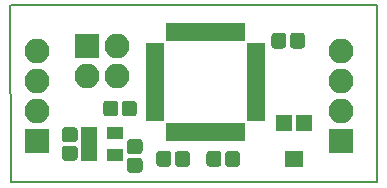
<source format=gts>
G04 #@! TF.GenerationSoftware,KiCad,Pcbnew,(5.0.0-dirty)*
G04 #@! TF.CreationDate,2020-07-10T19:56:49+09:00*
G04 #@! TF.ProjectId,fake-fan-mk2,66616B652D66616E2D6D6B322E6B6963,rev?*
G04 #@! TF.SameCoordinates,Original*
G04 #@! TF.FileFunction,Soldermask,Top*
G04 #@! TF.FilePolarity,Negative*
%FSLAX46Y46*%
G04 Gerber Fmt 4.6, Leading zero omitted, Abs format (unit mm)*
G04 Created by KiCad (PCBNEW (5.0.0-dirty)) date 07/10/20 19:56:49*
%MOMM*%
%LPD*%
G01*
G04 APERTURE LIST*
%ADD10C,0.200000*%
%ADD11C,0.100000*%
%ADD12C,1.275000*%
%ADD13R,1.400000X1.400000*%
%ADD14R,1.500000X1.400000*%
%ADD15R,1.000000X1.600000*%
%ADD16R,1.600000X1.000000*%
%ADD17O,2.100000X2.100000*%
%ADD18R,2.100000X2.100000*%
%ADD19R,1.460000X1.050000*%
G04 APERTURE END LIST*
D10*
X14500000Y-29500000D02*
X14478000Y-14500000D01*
X45500000Y-29500000D02*
X14500000Y-29500000D01*
X45500000Y-14500000D02*
X45500000Y-29500000D01*
X14500000Y-14500000D02*
X45500000Y-14500000D01*
D11*
G04 #@! TO.C,C3*
G36*
X25387493Y-25826535D02*
X25418435Y-25831125D01*
X25448778Y-25838725D01*
X25478230Y-25849263D01*
X25506508Y-25862638D01*
X25533338Y-25878719D01*
X25558463Y-25897353D01*
X25581640Y-25918360D01*
X25602647Y-25941537D01*
X25621281Y-25966662D01*
X25637362Y-25993492D01*
X25650737Y-26021770D01*
X25661275Y-26051222D01*
X25668875Y-26081565D01*
X25673465Y-26112507D01*
X25675000Y-26143750D01*
X25675000Y-26781250D01*
X25673465Y-26812493D01*
X25668875Y-26843435D01*
X25661275Y-26873778D01*
X25650737Y-26903230D01*
X25637362Y-26931508D01*
X25621281Y-26958338D01*
X25602647Y-26983463D01*
X25581640Y-27006640D01*
X25558463Y-27027647D01*
X25533338Y-27046281D01*
X25506508Y-27062362D01*
X25478230Y-27075737D01*
X25448778Y-27086275D01*
X25418435Y-27093875D01*
X25387493Y-27098465D01*
X25356250Y-27100000D01*
X24643750Y-27100000D01*
X24612507Y-27098465D01*
X24581565Y-27093875D01*
X24551222Y-27086275D01*
X24521770Y-27075737D01*
X24493492Y-27062362D01*
X24466662Y-27046281D01*
X24441537Y-27027647D01*
X24418360Y-27006640D01*
X24397353Y-26983463D01*
X24378719Y-26958338D01*
X24362638Y-26931508D01*
X24349263Y-26903230D01*
X24338725Y-26873778D01*
X24331125Y-26843435D01*
X24326535Y-26812493D01*
X24325000Y-26781250D01*
X24325000Y-26143750D01*
X24326535Y-26112507D01*
X24331125Y-26081565D01*
X24338725Y-26051222D01*
X24349263Y-26021770D01*
X24362638Y-25993492D01*
X24378719Y-25966662D01*
X24397353Y-25941537D01*
X24418360Y-25918360D01*
X24441537Y-25897353D01*
X24466662Y-25878719D01*
X24493492Y-25862638D01*
X24521770Y-25849263D01*
X24551222Y-25838725D01*
X24581565Y-25831125D01*
X24612507Y-25826535D01*
X24643750Y-25825000D01*
X25356250Y-25825000D01*
X25387493Y-25826535D01*
X25387493Y-25826535D01*
G37*
D12*
X25000000Y-26462500D03*
D11*
G36*
X25387493Y-27401535D02*
X25418435Y-27406125D01*
X25448778Y-27413725D01*
X25478230Y-27424263D01*
X25506508Y-27437638D01*
X25533338Y-27453719D01*
X25558463Y-27472353D01*
X25581640Y-27493360D01*
X25602647Y-27516537D01*
X25621281Y-27541662D01*
X25637362Y-27568492D01*
X25650737Y-27596770D01*
X25661275Y-27626222D01*
X25668875Y-27656565D01*
X25673465Y-27687507D01*
X25675000Y-27718750D01*
X25675000Y-28356250D01*
X25673465Y-28387493D01*
X25668875Y-28418435D01*
X25661275Y-28448778D01*
X25650737Y-28478230D01*
X25637362Y-28506508D01*
X25621281Y-28533338D01*
X25602647Y-28558463D01*
X25581640Y-28581640D01*
X25558463Y-28602647D01*
X25533338Y-28621281D01*
X25506508Y-28637362D01*
X25478230Y-28650737D01*
X25448778Y-28661275D01*
X25418435Y-28668875D01*
X25387493Y-28673465D01*
X25356250Y-28675000D01*
X24643750Y-28675000D01*
X24612507Y-28673465D01*
X24581565Y-28668875D01*
X24551222Y-28661275D01*
X24521770Y-28650737D01*
X24493492Y-28637362D01*
X24466662Y-28621281D01*
X24441537Y-28602647D01*
X24418360Y-28581640D01*
X24397353Y-28558463D01*
X24378719Y-28533338D01*
X24362638Y-28506508D01*
X24349263Y-28478230D01*
X24338725Y-28448778D01*
X24331125Y-28418435D01*
X24326535Y-28387493D01*
X24325000Y-28356250D01*
X24325000Y-27718750D01*
X24326535Y-27687507D01*
X24331125Y-27656565D01*
X24338725Y-27626222D01*
X24349263Y-27596770D01*
X24362638Y-27568492D01*
X24378719Y-27541662D01*
X24397353Y-27516537D01*
X24418360Y-27493360D01*
X24441537Y-27472353D01*
X24466662Y-27453719D01*
X24493492Y-27437638D01*
X24521770Y-27424263D01*
X24551222Y-27413725D01*
X24581565Y-27406125D01*
X24612507Y-27401535D01*
X24643750Y-27400000D01*
X25356250Y-27400000D01*
X25387493Y-27401535D01*
X25387493Y-27401535D01*
G37*
D12*
X25000000Y-28037500D03*
G04 #@! TD*
D11*
G04 #@! TO.C,C1*
G36*
X29387493Y-26826535D02*
X29418435Y-26831125D01*
X29448778Y-26838725D01*
X29478230Y-26849263D01*
X29506508Y-26862638D01*
X29533338Y-26878719D01*
X29558463Y-26897353D01*
X29581640Y-26918360D01*
X29602647Y-26941537D01*
X29621281Y-26966662D01*
X29637362Y-26993492D01*
X29650737Y-27021770D01*
X29661275Y-27051222D01*
X29668875Y-27081565D01*
X29673465Y-27112507D01*
X29675000Y-27143750D01*
X29675000Y-27856250D01*
X29673465Y-27887493D01*
X29668875Y-27918435D01*
X29661275Y-27948778D01*
X29650737Y-27978230D01*
X29637362Y-28006508D01*
X29621281Y-28033338D01*
X29602647Y-28058463D01*
X29581640Y-28081640D01*
X29558463Y-28102647D01*
X29533338Y-28121281D01*
X29506508Y-28137362D01*
X29478230Y-28150737D01*
X29448778Y-28161275D01*
X29418435Y-28168875D01*
X29387493Y-28173465D01*
X29356250Y-28175000D01*
X28718750Y-28175000D01*
X28687507Y-28173465D01*
X28656565Y-28168875D01*
X28626222Y-28161275D01*
X28596770Y-28150737D01*
X28568492Y-28137362D01*
X28541662Y-28121281D01*
X28516537Y-28102647D01*
X28493360Y-28081640D01*
X28472353Y-28058463D01*
X28453719Y-28033338D01*
X28437638Y-28006508D01*
X28424263Y-27978230D01*
X28413725Y-27948778D01*
X28406125Y-27918435D01*
X28401535Y-27887493D01*
X28400000Y-27856250D01*
X28400000Y-27143750D01*
X28401535Y-27112507D01*
X28406125Y-27081565D01*
X28413725Y-27051222D01*
X28424263Y-27021770D01*
X28437638Y-26993492D01*
X28453719Y-26966662D01*
X28472353Y-26941537D01*
X28493360Y-26918360D01*
X28516537Y-26897353D01*
X28541662Y-26878719D01*
X28568492Y-26862638D01*
X28596770Y-26849263D01*
X28626222Y-26838725D01*
X28656565Y-26831125D01*
X28687507Y-26826535D01*
X28718750Y-26825000D01*
X29356250Y-26825000D01*
X29387493Y-26826535D01*
X29387493Y-26826535D01*
G37*
D12*
X29037500Y-27500000D03*
D11*
G36*
X27812493Y-26826535D02*
X27843435Y-26831125D01*
X27873778Y-26838725D01*
X27903230Y-26849263D01*
X27931508Y-26862638D01*
X27958338Y-26878719D01*
X27983463Y-26897353D01*
X28006640Y-26918360D01*
X28027647Y-26941537D01*
X28046281Y-26966662D01*
X28062362Y-26993492D01*
X28075737Y-27021770D01*
X28086275Y-27051222D01*
X28093875Y-27081565D01*
X28098465Y-27112507D01*
X28100000Y-27143750D01*
X28100000Y-27856250D01*
X28098465Y-27887493D01*
X28093875Y-27918435D01*
X28086275Y-27948778D01*
X28075737Y-27978230D01*
X28062362Y-28006508D01*
X28046281Y-28033338D01*
X28027647Y-28058463D01*
X28006640Y-28081640D01*
X27983463Y-28102647D01*
X27958338Y-28121281D01*
X27931508Y-28137362D01*
X27903230Y-28150737D01*
X27873778Y-28161275D01*
X27843435Y-28168875D01*
X27812493Y-28173465D01*
X27781250Y-28175000D01*
X27143750Y-28175000D01*
X27112507Y-28173465D01*
X27081565Y-28168875D01*
X27051222Y-28161275D01*
X27021770Y-28150737D01*
X26993492Y-28137362D01*
X26966662Y-28121281D01*
X26941537Y-28102647D01*
X26918360Y-28081640D01*
X26897353Y-28058463D01*
X26878719Y-28033338D01*
X26862638Y-28006508D01*
X26849263Y-27978230D01*
X26838725Y-27948778D01*
X26831125Y-27918435D01*
X26826535Y-27887493D01*
X26825000Y-27856250D01*
X26825000Y-27143750D01*
X26826535Y-27112507D01*
X26831125Y-27081565D01*
X26838725Y-27051222D01*
X26849263Y-27021770D01*
X26862638Y-26993492D01*
X26878719Y-26966662D01*
X26897353Y-26941537D01*
X26918360Y-26918360D01*
X26941537Y-26897353D01*
X26966662Y-26878719D01*
X26993492Y-26862638D01*
X27021770Y-26849263D01*
X27051222Y-26838725D01*
X27081565Y-26831125D01*
X27112507Y-26826535D01*
X27143750Y-26825000D01*
X27781250Y-26825000D01*
X27812493Y-26826535D01*
X27812493Y-26826535D01*
G37*
D12*
X27462500Y-27500000D03*
G04 #@! TD*
D11*
G04 #@! TO.C,C2*
G36*
X33637493Y-26826535D02*
X33668435Y-26831125D01*
X33698778Y-26838725D01*
X33728230Y-26849263D01*
X33756508Y-26862638D01*
X33783338Y-26878719D01*
X33808463Y-26897353D01*
X33831640Y-26918360D01*
X33852647Y-26941537D01*
X33871281Y-26966662D01*
X33887362Y-26993492D01*
X33900737Y-27021770D01*
X33911275Y-27051222D01*
X33918875Y-27081565D01*
X33923465Y-27112507D01*
X33925000Y-27143750D01*
X33925000Y-27856250D01*
X33923465Y-27887493D01*
X33918875Y-27918435D01*
X33911275Y-27948778D01*
X33900737Y-27978230D01*
X33887362Y-28006508D01*
X33871281Y-28033338D01*
X33852647Y-28058463D01*
X33831640Y-28081640D01*
X33808463Y-28102647D01*
X33783338Y-28121281D01*
X33756508Y-28137362D01*
X33728230Y-28150737D01*
X33698778Y-28161275D01*
X33668435Y-28168875D01*
X33637493Y-28173465D01*
X33606250Y-28175000D01*
X32968750Y-28175000D01*
X32937507Y-28173465D01*
X32906565Y-28168875D01*
X32876222Y-28161275D01*
X32846770Y-28150737D01*
X32818492Y-28137362D01*
X32791662Y-28121281D01*
X32766537Y-28102647D01*
X32743360Y-28081640D01*
X32722353Y-28058463D01*
X32703719Y-28033338D01*
X32687638Y-28006508D01*
X32674263Y-27978230D01*
X32663725Y-27948778D01*
X32656125Y-27918435D01*
X32651535Y-27887493D01*
X32650000Y-27856250D01*
X32650000Y-27143750D01*
X32651535Y-27112507D01*
X32656125Y-27081565D01*
X32663725Y-27051222D01*
X32674263Y-27021770D01*
X32687638Y-26993492D01*
X32703719Y-26966662D01*
X32722353Y-26941537D01*
X32743360Y-26918360D01*
X32766537Y-26897353D01*
X32791662Y-26878719D01*
X32818492Y-26862638D01*
X32846770Y-26849263D01*
X32876222Y-26838725D01*
X32906565Y-26831125D01*
X32937507Y-26826535D01*
X32968750Y-26825000D01*
X33606250Y-26825000D01*
X33637493Y-26826535D01*
X33637493Y-26826535D01*
G37*
D12*
X33287500Y-27500000D03*
D11*
G36*
X32062493Y-26826535D02*
X32093435Y-26831125D01*
X32123778Y-26838725D01*
X32153230Y-26849263D01*
X32181508Y-26862638D01*
X32208338Y-26878719D01*
X32233463Y-26897353D01*
X32256640Y-26918360D01*
X32277647Y-26941537D01*
X32296281Y-26966662D01*
X32312362Y-26993492D01*
X32325737Y-27021770D01*
X32336275Y-27051222D01*
X32343875Y-27081565D01*
X32348465Y-27112507D01*
X32350000Y-27143750D01*
X32350000Y-27856250D01*
X32348465Y-27887493D01*
X32343875Y-27918435D01*
X32336275Y-27948778D01*
X32325737Y-27978230D01*
X32312362Y-28006508D01*
X32296281Y-28033338D01*
X32277647Y-28058463D01*
X32256640Y-28081640D01*
X32233463Y-28102647D01*
X32208338Y-28121281D01*
X32181508Y-28137362D01*
X32153230Y-28150737D01*
X32123778Y-28161275D01*
X32093435Y-28168875D01*
X32062493Y-28173465D01*
X32031250Y-28175000D01*
X31393750Y-28175000D01*
X31362507Y-28173465D01*
X31331565Y-28168875D01*
X31301222Y-28161275D01*
X31271770Y-28150737D01*
X31243492Y-28137362D01*
X31216662Y-28121281D01*
X31191537Y-28102647D01*
X31168360Y-28081640D01*
X31147353Y-28058463D01*
X31128719Y-28033338D01*
X31112638Y-28006508D01*
X31099263Y-27978230D01*
X31088725Y-27948778D01*
X31081125Y-27918435D01*
X31076535Y-27887493D01*
X31075000Y-27856250D01*
X31075000Y-27143750D01*
X31076535Y-27112507D01*
X31081125Y-27081565D01*
X31088725Y-27051222D01*
X31099263Y-27021770D01*
X31112638Y-26993492D01*
X31128719Y-26966662D01*
X31147353Y-26941537D01*
X31168360Y-26918360D01*
X31191537Y-26897353D01*
X31216662Y-26878719D01*
X31243492Y-26862638D01*
X31271770Y-26849263D01*
X31301222Y-26838725D01*
X31331565Y-26831125D01*
X31362507Y-26826535D01*
X31393750Y-26825000D01*
X32031250Y-26825000D01*
X32062493Y-26826535D01*
X32062493Y-26826535D01*
G37*
D12*
X31712500Y-27500000D03*
G04 #@! TD*
D11*
G04 #@! TO.C,C4*
G36*
X37562493Y-16826535D02*
X37593435Y-16831125D01*
X37623778Y-16838725D01*
X37653230Y-16849263D01*
X37681508Y-16862638D01*
X37708338Y-16878719D01*
X37733463Y-16897353D01*
X37756640Y-16918360D01*
X37777647Y-16941537D01*
X37796281Y-16966662D01*
X37812362Y-16993492D01*
X37825737Y-17021770D01*
X37836275Y-17051222D01*
X37843875Y-17081565D01*
X37848465Y-17112507D01*
X37850000Y-17143750D01*
X37850000Y-17856250D01*
X37848465Y-17887493D01*
X37843875Y-17918435D01*
X37836275Y-17948778D01*
X37825737Y-17978230D01*
X37812362Y-18006508D01*
X37796281Y-18033338D01*
X37777647Y-18058463D01*
X37756640Y-18081640D01*
X37733463Y-18102647D01*
X37708338Y-18121281D01*
X37681508Y-18137362D01*
X37653230Y-18150737D01*
X37623778Y-18161275D01*
X37593435Y-18168875D01*
X37562493Y-18173465D01*
X37531250Y-18175000D01*
X36893750Y-18175000D01*
X36862507Y-18173465D01*
X36831565Y-18168875D01*
X36801222Y-18161275D01*
X36771770Y-18150737D01*
X36743492Y-18137362D01*
X36716662Y-18121281D01*
X36691537Y-18102647D01*
X36668360Y-18081640D01*
X36647353Y-18058463D01*
X36628719Y-18033338D01*
X36612638Y-18006508D01*
X36599263Y-17978230D01*
X36588725Y-17948778D01*
X36581125Y-17918435D01*
X36576535Y-17887493D01*
X36575000Y-17856250D01*
X36575000Y-17143750D01*
X36576535Y-17112507D01*
X36581125Y-17081565D01*
X36588725Y-17051222D01*
X36599263Y-17021770D01*
X36612638Y-16993492D01*
X36628719Y-16966662D01*
X36647353Y-16941537D01*
X36668360Y-16918360D01*
X36691537Y-16897353D01*
X36716662Y-16878719D01*
X36743492Y-16862638D01*
X36771770Y-16849263D01*
X36801222Y-16838725D01*
X36831565Y-16831125D01*
X36862507Y-16826535D01*
X36893750Y-16825000D01*
X37531250Y-16825000D01*
X37562493Y-16826535D01*
X37562493Y-16826535D01*
G37*
D12*
X37212500Y-17500000D03*
D11*
G36*
X39137493Y-16826535D02*
X39168435Y-16831125D01*
X39198778Y-16838725D01*
X39228230Y-16849263D01*
X39256508Y-16862638D01*
X39283338Y-16878719D01*
X39308463Y-16897353D01*
X39331640Y-16918360D01*
X39352647Y-16941537D01*
X39371281Y-16966662D01*
X39387362Y-16993492D01*
X39400737Y-17021770D01*
X39411275Y-17051222D01*
X39418875Y-17081565D01*
X39423465Y-17112507D01*
X39425000Y-17143750D01*
X39425000Y-17856250D01*
X39423465Y-17887493D01*
X39418875Y-17918435D01*
X39411275Y-17948778D01*
X39400737Y-17978230D01*
X39387362Y-18006508D01*
X39371281Y-18033338D01*
X39352647Y-18058463D01*
X39331640Y-18081640D01*
X39308463Y-18102647D01*
X39283338Y-18121281D01*
X39256508Y-18137362D01*
X39228230Y-18150737D01*
X39198778Y-18161275D01*
X39168435Y-18168875D01*
X39137493Y-18173465D01*
X39106250Y-18175000D01*
X38468750Y-18175000D01*
X38437507Y-18173465D01*
X38406565Y-18168875D01*
X38376222Y-18161275D01*
X38346770Y-18150737D01*
X38318492Y-18137362D01*
X38291662Y-18121281D01*
X38266537Y-18102647D01*
X38243360Y-18081640D01*
X38222353Y-18058463D01*
X38203719Y-18033338D01*
X38187638Y-18006508D01*
X38174263Y-17978230D01*
X38163725Y-17948778D01*
X38156125Y-17918435D01*
X38151535Y-17887493D01*
X38150000Y-17856250D01*
X38150000Y-17143750D01*
X38151535Y-17112507D01*
X38156125Y-17081565D01*
X38163725Y-17051222D01*
X38174263Y-17021770D01*
X38187638Y-16993492D01*
X38203719Y-16966662D01*
X38222353Y-16941537D01*
X38243360Y-16918360D01*
X38266537Y-16897353D01*
X38291662Y-16878719D01*
X38318492Y-16862638D01*
X38346770Y-16849263D01*
X38376222Y-16838725D01*
X38406565Y-16831125D01*
X38437507Y-16826535D01*
X38468750Y-16825000D01*
X39106250Y-16825000D01*
X39137493Y-16826535D01*
X39137493Y-16826535D01*
G37*
D12*
X38787500Y-17500000D03*
G04 #@! TD*
D11*
G04 #@! TO.C,R1*
G36*
X23312493Y-22576535D02*
X23343435Y-22581125D01*
X23373778Y-22588725D01*
X23403230Y-22599263D01*
X23431508Y-22612638D01*
X23458338Y-22628719D01*
X23483463Y-22647353D01*
X23506640Y-22668360D01*
X23527647Y-22691537D01*
X23546281Y-22716662D01*
X23562362Y-22743492D01*
X23575737Y-22771770D01*
X23586275Y-22801222D01*
X23593875Y-22831565D01*
X23598465Y-22862507D01*
X23600000Y-22893750D01*
X23600000Y-23606250D01*
X23598465Y-23637493D01*
X23593875Y-23668435D01*
X23586275Y-23698778D01*
X23575737Y-23728230D01*
X23562362Y-23756508D01*
X23546281Y-23783338D01*
X23527647Y-23808463D01*
X23506640Y-23831640D01*
X23483463Y-23852647D01*
X23458338Y-23871281D01*
X23431508Y-23887362D01*
X23403230Y-23900737D01*
X23373778Y-23911275D01*
X23343435Y-23918875D01*
X23312493Y-23923465D01*
X23281250Y-23925000D01*
X22643750Y-23925000D01*
X22612507Y-23923465D01*
X22581565Y-23918875D01*
X22551222Y-23911275D01*
X22521770Y-23900737D01*
X22493492Y-23887362D01*
X22466662Y-23871281D01*
X22441537Y-23852647D01*
X22418360Y-23831640D01*
X22397353Y-23808463D01*
X22378719Y-23783338D01*
X22362638Y-23756508D01*
X22349263Y-23728230D01*
X22338725Y-23698778D01*
X22331125Y-23668435D01*
X22326535Y-23637493D01*
X22325000Y-23606250D01*
X22325000Y-22893750D01*
X22326535Y-22862507D01*
X22331125Y-22831565D01*
X22338725Y-22801222D01*
X22349263Y-22771770D01*
X22362638Y-22743492D01*
X22378719Y-22716662D01*
X22397353Y-22691537D01*
X22418360Y-22668360D01*
X22441537Y-22647353D01*
X22466662Y-22628719D01*
X22493492Y-22612638D01*
X22521770Y-22599263D01*
X22551222Y-22588725D01*
X22581565Y-22581125D01*
X22612507Y-22576535D01*
X22643750Y-22575000D01*
X23281250Y-22575000D01*
X23312493Y-22576535D01*
X23312493Y-22576535D01*
G37*
D12*
X22962500Y-23250000D03*
D11*
G36*
X24887493Y-22576535D02*
X24918435Y-22581125D01*
X24948778Y-22588725D01*
X24978230Y-22599263D01*
X25006508Y-22612638D01*
X25033338Y-22628719D01*
X25058463Y-22647353D01*
X25081640Y-22668360D01*
X25102647Y-22691537D01*
X25121281Y-22716662D01*
X25137362Y-22743492D01*
X25150737Y-22771770D01*
X25161275Y-22801222D01*
X25168875Y-22831565D01*
X25173465Y-22862507D01*
X25175000Y-22893750D01*
X25175000Y-23606250D01*
X25173465Y-23637493D01*
X25168875Y-23668435D01*
X25161275Y-23698778D01*
X25150737Y-23728230D01*
X25137362Y-23756508D01*
X25121281Y-23783338D01*
X25102647Y-23808463D01*
X25081640Y-23831640D01*
X25058463Y-23852647D01*
X25033338Y-23871281D01*
X25006508Y-23887362D01*
X24978230Y-23900737D01*
X24948778Y-23911275D01*
X24918435Y-23918875D01*
X24887493Y-23923465D01*
X24856250Y-23925000D01*
X24218750Y-23925000D01*
X24187507Y-23923465D01*
X24156565Y-23918875D01*
X24126222Y-23911275D01*
X24096770Y-23900737D01*
X24068492Y-23887362D01*
X24041662Y-23871281D01*
X24016537Y-23852647D01*
X23993360Y-23831640D01*
X23972353Y-23808463D01*
X23953719Y-23783338D01*
X23937638Y-23756508D01*
X23924263Y-23728230D01*
X23913725Y-23698778D01*
X23906125Y-23668435D01*
X23901535Y-23637493D01*
X23900000Y-23606250D01*
X23900000Y-22893750D01*
X23901535Y-22862507D01*
X23906125Y-22831565D01*
X23913725Y-22801222D01*
X23924263Y-22771770D01*
X23937638Y-22743492D01*
X23953719Y-22716662D01*
X23972353Y-22691537D01*
X23993360Y-22668360D01*
X24016537Y-22647353D01*
X24041662Y-22628719D01*
X24068492Y-22612638D01*
X24096770Y-22599263D01*
X24126222Y-22588725D01*
X24156565Y-22581125D01*
X24187507Y-22576535D01*
X24218750Y-22575000D01*
X24856250Y-22575000D01*
X24887493Y-22576535D01*
X24887493Y-22576535D01*
G37*
D12*
X24537500Y-23250000D03*
G04 #@! TD*
D13*
G04 #@! TO.C,RV1*
X37650000Y-24500000D03*
X39350000Y-24500000D03*
D14*
X38500000Y-27500000D03*
G04 #@! TD*
D15*
G04 #@! TO.C,U2*
X28200000Y-25250000D03*
X29000000Y-25250000D03*
X29800000Y-25250000D03*
X30600000Y-25250000D03*
X31400000Y-25250000D03*
X32200000Y-25250000D03*
X33000000Y-25250000D03*
X33800000Y-25250000D03*
D16*
X35250000Y-23800000D03*
X35250000Y-23000000D03*
X35250000Y-22200000D03*
X35250000Y-21400000D03*
X35250000Y-20600000D03*
X35250000Y-19800000D03*
X35250000Y-19000000D03*
X35250000Y-18200000D03*
D15*
X33800000Y-16750000D03*
X33000000Y-16750000D03*
X32200000Y-16750000D03*
X31400000Y-16750000D03*
X30600000Y-16750000D03*
X29800000Y-16750000D03*
X29000000Y-16750000D03*
X28200000Y-16750000D03*
D16*
X26750000Y-18200000D03*
X26750000Y-19000000D03*
X26750000Y-19800000D03*
X26750000Y-20600000D03*
X26750000Y-21400000D03*
X26750000Y-22200000D03*
X26750000Y-23000000D03*
X26750000Y-23800000D03*
G04 #@! TD*
D17*
G04 #@! TO.C,J1*
X16750000Y-18380000D03*
X16750000Y-20920000D03*
X16750000Y-23460000D03*
D18*
X16750000Y-26000000D03*
G04 #@! TD*
G04 #@! TO.C,J2*
X42500000Y-26000000D03*
D17*
X42500000Y-23460000D03*
X42500000Y-20920000D03*
X42500000Y-18380000D03*
G04 #@! TD*
D18*
G04 #@! TO.C,J3*
X21000000Y-18000000D03*
D17*
X23540000Y-18000000D03*
X21000000Y-20540000D03*
X23540000Y-20540000D03*
G04 #@! TD*
D19*
G04 #@! TO.C,U1*
X21150000Y-25300000D03*
X21150000Y-26250000D03*
X21150000Y-27200000D03*
X23350000Y-27200000D03*
X23350000Y-25300000D03*
G04 #@! TD*
D11*
G04 #@! TO.C,C5*
G36*
X19887493Y-26401535D02*
X19918435Y-26406125D01*
X19948778Y-26413725D01*
X19978230Y-26424263D01*
X20006508Y-26437638D01*
X20033338Y-26453719D01*
X20058463Y-26472353D01*
X20081640Y-26493360D01*
X20102647Y-26516537D01*
X20121281Y-26541662D01*
X20137362Y-26568492D01*
X20150737Y-26596770D01*
X20161275Y-26626222D01*
X20168875Y-26656565D01*
X20173465Y-26687507D01*
X20175000Y-26718750D01*
X20175000Y-27356250D01*
X20173465Y-27387493D01*
X20168875Y-27418435D01*
X20161275Y-27448778D01*
X20150737Y-27478230D01*
X20137362Y-27506508D01*
X20121281Y-27533338D01*
X20102647Y-27558463D01*
X20081640Y-27581640D01*
X20058463Y-27602647D01*
X20033338Y-27621281D01*
X20006508Y-27637362D01*
X19978230Y-27650737D01*
X19948778Y-27661275D01*
X19918435Y-27668875D01*
X19887493Y-27673465D01*
X19856250Y-27675000D01*
X19143750Y-27675000D01*
X19112507Y-27673465D01*
X19081565Y-27668875D01*
X19051222Y-27661275D01*
X19021770Y-27650737D01*
X18993492Y-27637362D01*
X18966662Y-27621281D01*
X18941537Y-27602647D01*
X18918360Y-27581640D01*
X18897353Y-27558463D01*
X18878719Y-27533338D01*
X18862638Y-27506508D01*
X18849263Y-27478230D01*
X18838725Y-27448778D01*
X18831125Y-27418435D01*
X18826535Y-27387493D01*
X18825000Y-27356250D01*
X18825000Y-26718750D01*
X18826535Y-26687507D01*
X18831125Y-26656565D01*
X18838725Y-26626222D01*
X18849263Y-26596770D01*
X18862638Y-26568492D01*
X18878719Y-26541662D01*
X18897353Y-26516537D01*
X18918360Y-26493360D01*
X18941537Y-26472353D01*
X18966662Y-26453719D01*
X18993492Y-26437638D01*
X19021770Y-26424263D01*
X19051222Y-26413725D01*
X19081565Y-26406125D01*
X19112507Y-26401535D01*
X19143750Y-26400000D01*
X19856250Y-26400000D01*
X19887493Y-26401535D01*
X19887493Y-26401535D01*
G37*
D12*
X19500000Y-27037500D03*
D11*
G36*
X19887493Y-24826535D02*
X19918435Y-24831125D01*
X19948778Y-24838725D01*
X19978230Y-24849263D01*
X20006508Y-24862638D01*
X20033338Y-24878719D01*
X20058463Y-24897353D01*
X20081640Y-24918360D01*
X20102647Y-24941537D01*
X20121281Y-24966662D01*
X20137362Y-24993492D01*
X20150737Y-25021770D01*
X20161275Y-25051222D01*
X20168875Y-25081565D01*
X20173465Y-25112507D01*
X20175000Y-25143750D01*
X20175000Y-25781250D01*
X20173465Y-25812493D01*
X20168875Y-25843435D01*
X20161275Y-25873778D01*
X20150737Y-25903230D01*
X20137362Y-25931508D01*
X20121281Y-25958338D01*
X20102647Y-25983463D01*
X20081640Y-26006640D01*
X20058463Y-26027647D01*
X20033338Y-26046281D01*
X20006508Y-26062362D01*
X19978230Y-26075737D01*
X19948778Y-26086275D01*
X19918435Y-26093875D01*
X19887493Y-26098465D01*
X19856250Y-26100000D01*
X19143750Y-26100000D01*
X19112507Y-26098465D01*
X19081565Y-26093875D01*
X19051222Y-26086275D01*
X19021770Y-26075737D01*
X18993492Y-26062362D01*
X18966662Y-26046281D01*
X18941537Y-26027647D01*
X18918360Y-26006640D01*
X18897353Y-25983463D01*
X18878719Y-25958338D01*
X18862638Y-25931508D01*
X18849263Y-25903230D01*
X18838725Y-25873778D01*
X18831125Y-25843435D01*
X18826535Y-25812493D01*
X18825000Y-25781250D01*
X18825000Y-25143750D01*
X18826535Y-25112507D01*
X18831125Y-25081565D01*
X18838725Y-25051222D01*
X18849263Y-25021770D01*
X18862638Y-24993492D01*
X18878719Y-24966662D01*
X18897353Y-24941537D01*
X18918360Y-24918360D01*
X18941537Y-24897353D01*
X18966662Y-24878719D01*
X18993492Y-24862638D01*
X19021770Y-24849263D01*
X19051222Y-24838725D01*
X19081565Y-24831125D01*
X19112507Y-24826535D01*
X19143750Y-24825000D01*
X19856250Y-24825000D01*
X19887493Y-24826535D01*
X19887493Y-24826535D01*
G37*
D12*
X19500000Y-25462500D03*
G04 #@! TD*
M02*

</source>
